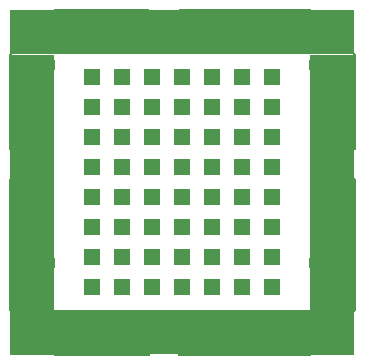
<source format=gts>
%FSLAX25Y25*%
%MOIN*%
G70*
G01*
G75*
G04 Layer_Color=8388736*
%ADD10C,0.01500*%
%ADD11C,0.00500*%
%ADD12R,0.15000X0.02500*%
%ADD13R,0.12500X0.02500*%
%ADD14R,0.05000X0.05000*%
%ADD15R,1.15000X0.15000*%
%ADD16R,1.00000X0.15000*%
%ADD17R,0.15000X1.00000*%
%ADD18R,0.15800X0.03300*%
%ADD19R,0.13300X0.03300*%
%ADD20R,0.05800X0.05800*%
D11*
X100000Y151300D02*
G03*
X100000Y160700I0J4700D01*
G01*
X200000D02*
G03*
X200000Y151300I0J-4700D01*
G01*
X203323Y103323D02*
G03*
X196677Y96676I-3323J-3323D01*
G01*
X148700Y100000D02*
G03*
X139300Y100000I-4700J0D01*
G01*
X196677Y203323D02*
G03*
X203323Y196677I3323J-3323D01*
G01*
X96676D02*
G03*
X103323Y203323I3323J3323D01*
G01*
Y96676D02*
G03*
X96676Y103323I-3323J3323D01*
G01*
X139300Y200000D02*
G03*
X148700Y200000I4700J0D01*
G01*
X92500Y107500D02*
Y151000D01*
Y161000D02*
Y192500D01*
Y151000D02*
X100068Y151303D01*
X92500Y161000D02*
X100000Y160700D01*
X207500Y107500D02*
Y151000D01*
Y161000D02*
Y192500D01*
X199932Y151303D02*
X207500Y151000D01*
X200000Y160700D02*
X207500Y161000D01*
X192500Y92500D02*
X196677Y96676D01*
X149000Y92500D02*
X192500D01*
X107500D02*
X139000D01*
X148697Y100068D02*
X149000Y92500D01*
X139000D02*
X139300Y100000D01*
X203323Y103323D02*
X207500Y107500D01*
X192500Y207500D02*
X196677Y203323D01*
X203323Y196677D02*
X207500Y192500D01*
X103323Y203323D02*
X107500Y207500D01*
X92500Y192500D02*
X96676Y196677D01*
X103323Y96676D02*
X107500Y92500D01*
X92500Y107500D02*
X96676Y103323D01*
X139000Y207500D02*
X139300Y200000D01*
X148697Y199932D02*
X149000Y207500D01*
X107500D02*
X139000D01*
X149000D02*
X192500D01*
D15*
X150000Y200000D02*
D03*
D16*
X142500Y100000D02*
D03*
D17*
X200000Y142500D02*
D03*
X100000D02*
D03*
D18*
X200000Y189000D02*
D03*
Y123000D02*
D03*
X100000Y189000D02*
D03*
Y123000D02*
D03*
D19*
X200000Y141000D02*
D03*
Y111000D02*
D03*
Y117000D02*
D03*
Y129000D02*
D03*
Y135000D02*
D03*
Y165000D02*
D03*
Y171000D02*
D03*
Y177000D02*
D03*
Y183000D02*
D03*
Y147000D02*
D03*
X100000Y141000D02*
D03*
Y111000D02*
D03*
Y117000D02*
D03*
Y129000D02*
D03*
Y135000D02*
D03*
Y165000D02*
D03*
Y171000D02*
D03*
Y177000D02*
D03*
Y183000D02*
D03*
Y147000D02*
D03*
D20*
X140000Y185000D02*
D03*
Y175000D02*
D03*
Y165000D02*
D03*
Y155000D02*
D03*
Y145000D02*
D03*
Y135000D02*
D03*
Y125000D02*
D03*
Y115000D02*
D03*
X130000Y185000D02*
D03*
Y175000D02*
D03*
Y165000D02*
D03*
Y155000D02*
D03*
Y145000D02*
D03*
Y135000D02*
D03*
Y125000D02*
D03*
Y115000D02*
D03*
X180000D02*
D03*
Y125000D02*
D03*
Y135000D02*
D03*
Y145000D02*
D03*
Y155000D02*
D03*
Y165000D02*
D03*
Y175000D02*
D03*
Y185000D02*
D03*
X120000Y115000D02*
D03*
Y125000D02*
D03*
Y135000D02*
D03*
Y145000D02*
D03*
Y155000D02*
D03*
Y165000D02*
D03*
Y175000D02*
D03*
Y185000D02*
D03*
X170000D02*
D03*
Y175000D02*
D03*
Y165000D02*
D03*
Y155000D02*
D03*
Y145000D02*
D03*
Y135000D02*
D03*
Y125000D02*
D03*
Y115000D02*
D03*
X160000Y185000D02*
D03*
Y175000D02*
D03*
Y165000D02*
D03*
Y155000D02*
D03*
Y145000D02*
D03*
Y135000D02*
D03*
Y125000D02*
D03*
Y115000D02*
D03*
X150000D02*
D03*
Y125000D02*
D03*
Y135000D02*
D03*
Y145000D02*
D03*
Y155000D02*
D03*
Y165000D02*
D03*
Y175000D02*
D03*
Y185000D02*
D03*
M02*

</source>
